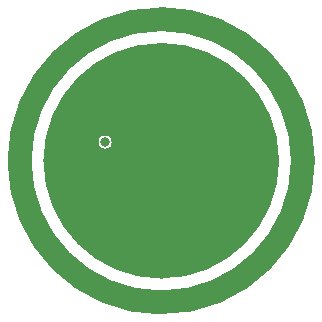
<source format=gbl>
G04 #@! TF.GenerationSoftware,KiCad,Pcbnew,(5.1.2)-2*
G04 #@! TF.CreationDate,2019-08-09T02:38:32-07:00*
G04 #@! TF.ProjectId,noncontact_electrode,6e6f6e63-6f6e-4746-9163-745f656c6563,rev?*
G04 #@! TF.SameCoordinates,Original*
G04 #@! TF.FileFunction,Copper,L4,Bot*
G04 #@! TF.FilePolarity,Positive*
%FSLAX46Y46*%
G04 Gerber Fmt 4.6, Leading zero omitted, Abs format (unit mm)*
G04 Created by KiCad (PCBNEW (5.1.2)-2) date 2019-08-09 02:38:32*
%MOMM*%
%LPD*%
G04 APERTURE LIST*
%ADD10C,0.100000*%
%ADD11C,3.000000*%
%ADD12C,4.000000*%
%ADD13C,2.000000*%
%ADD14C,0.800000*%
G04 APERTURE END LIST*
D10*
G36*
X104648000Y-92964000D02*
G01*
X107696000Y-97155000D01*
X108077000Y-102489000D01*
X106299000Y-106426000D01*
X98171000Y-108966000D01*
X92964000Y-104394000D01*
X93345000Y-100330000D01*
X97155000Y-98679000D01*
X94361000Y-93726000D01*
X98044000Y-91821000D01*
X104648000Y-92964000D01*
G37*
X104648000Y-92964000D02*
X107696000Y-97155000D01*
X108077000Y-102489000D01*
X106299000Y-106426000D01*
X98171000Y-108966000D01*
X92964000Y-104394000D01*
X93345000Y-100330000D01*
X97155000Y-98679000D01*
X94361000Y-93726000D01*
X98044000Y-91821000D01*
X104648000Y-92964000D01*
D11*
X108500000Y-100000000D02*
G75*
G03X108500000Y-100000000I-8500000J0D01*
G01*
D12*
X97788815Y-98425000D02*
G75*
G03X97788815Y-98425000I-2538815J0D01*
G01*
D13*
X112000000Y-100000000D02*
G75*
G03X112000000Y-100000000I-12000000J0D01*
G01*
D14*
X95250000Y-98425000D03*
X95250000Y-101727000D03*
X88011000Y-99822000D03*
X88083228Y-101326024D03*
X88343390Y-102809135D03*
X88787384Y-104247945D03*
X89408207Y-105619762D03*
X90196069Y-106902952D03*
X91138546Y-108077279D03*
X92220772Y-109124222D03*
X93425682Y-110027270D03*
X94734273Y-110772183D03*
X96125907Y-111347212D03*
X97578638Y-111743288D03*
X99069556Y-111954166D03*
X100575147Y-111976519D03*
X102071667Y-111809996D03*
X103535517Y-111457222D03*
X104943609Y-110923760D03*
X106273737Y-110218025D03*
X107504925Y-109351145D03*
X108617755Y-108336792D03*
X109594679Y-107190962D03*
X110420289Y-105931727D03*
X111081564Y-104578945D03*
X111568077Y-103153951D03*
X111872154Y-101679217D03*
X111989000Y-100178000D03*
X111916772Y-98673976D03*
X111656610Y-97190865D03*
X111212616Y-95752055D03*
X110591793Y-94380238D03*
X109803931Y-93097048D03*
X108861454Y-91922721D03*
X107779228Y-90875778D03*
X106574318Y-89972730D03*
X105265727Y-89227817D03*
X103874093Y-88652788D03*
X102421362Y-88256712D03*
X100930444Y-88045834D03*
X99424853Y-88023481D03*
X97928333Y-88190004D03*
X96464483Y-88542778D03*
X95056391Y-89076240D03*
X93726263Y-89781975D03*
X92495075Y-90648855D03*
X91382245Y-91663208D03*
X90405321Y-92809038D03*
X89579711Y-94068273D03*
X88918436Y-95421055D03*
X88431923Y-96846049D03*
X88127846Y-98320783D03*
M02*

</source>
